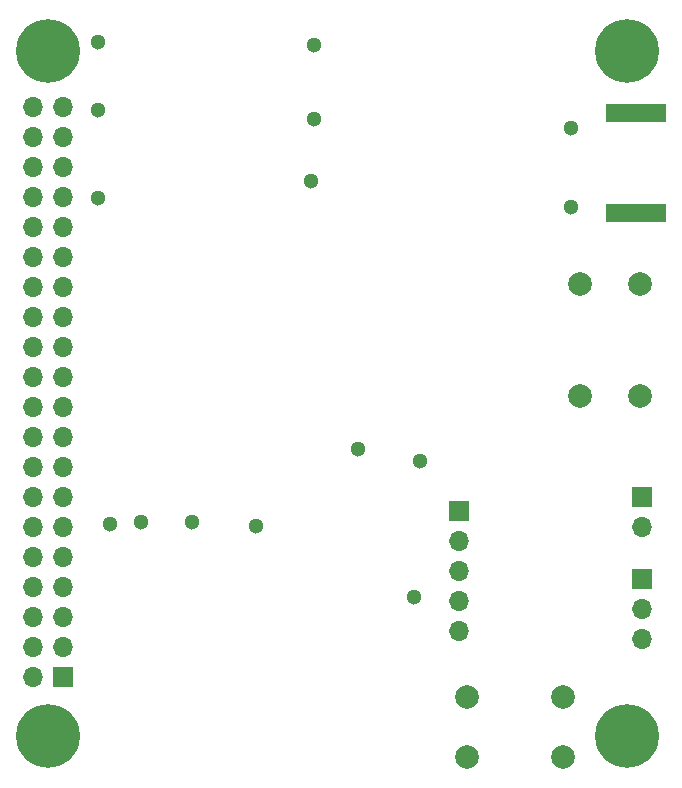
<source format=gbs>
G04 #@! TF.GenerationSoftware,KiCad,Pcbnew,(5.1.4)-1*
G04 #@! TF.CreationDate,2019-12-12T20:12:38+01:00*
G04 #@! TF.ProjectId,rf-receiver,72662d72-6563-4656-9976-65722e6b6963,Rev 2*
G04 #@! TF.SameCoordinates,Original*
G04 #@! TF.FileFunction,Soldermask,Bot*
G04 #@! TF.FilePolarity,Negative*
%FSLAX46Y46*%
G04 Gerber Fmt 4.6, Leading zero omitted, Abs format (unit mm)*
G04 Created by KiCad (PCBNEW (5.1.4)-1) date 2019-12-12 20:12:38*
%MOMM*%
%LPD*%
G04 APERTURE LIST*
%ADD10C,2.000000*%
%ADD11C,1.300000*%
%ADD12O,1.700000X1.700000*%
%ADD13R,1.700000X1.700000*%
%ADD14C,5.400000*%
%ADD15R,5.080000X1.500000*%
G04 APERTURE END LIST*
D10*
X122600000Y-121080000D03*
X122600000Y-116000000D03*
X129130000Y-90500000D03*
X124050000Y-90500000D03*
X129080000Y-81000000D03*
X124000000Y-81000000D03*
X114500000Y-121080000D03*
X114500000Y-116000000D03*
D11*
X83250000Y-73750000D03*
X83250000Y-66250000D03*
X83250000Y-60500000D03*
X110000000Y-107500000D03*
X105250000Y-95000000D03*
X110500000Y-96000000D03*
X91200000Y-101150000D03*
X86900000Y-101150000D03*
X101500000Y-60750000D03*
X101250000Y-72250000D03*
X96600000Y-101500000D03*
X123250000Y-74500000D03*
X123250000Y-67750000D03*
X101500000Y-67000000D03*
X84250000Y-101300000D03*
D12*
X129250000Y-101540000D03*
D13*
X129250000Y-99000000D03*
D12*
X113750000Y-110370000D03*
X113750000Y-107830000D03*
X113750000Y-105290000D03*
X113750000Y-102750000D03*
D13*
X113750000Y-100210000D03*
D12*
X77710000Y-65990000D03*
X80250000Y-65990000D03*
X77710000Y-68530000D03*
X80250000Y-68530000D03*
X77710000Y-71070000D03*
X80250000Y-71070000D03*
X77710000Y-73610000D03*
X80250000Y-73610000D03*
X77710000Y-76150000D03*
X80250000Y-76150000D03*
X77710000Y-78690000D03*
X80250000Y-78690000D03*
X77710000Y-81230000D03*
X80250000Y-81230000D03*
X77710000Y-83770000D03*
X80250000Y-83770000D03*
X77710000Y-86310000D03*
X80250000Y-86310000D03*
X77710000Y-88850000D03*
X80250000Y-88850000D03*
X77710000Y-91390000D03*
X80250000Y-91390000D03*
X77710000Y-93930000D03*
X80250000Y-93930000D03*
X77710000Y-96470000D03*
X80250000Y-96470000D03*
X77710000Y-99010000D03*
X80250000Y-99010000D03*
X77710000Y-101550000D03*
X80250000Y-101550000D03*
X77710000Y-104090000D03*
X80250000Y-104090000D03*
X77710000Y-106630000D03*
X80250000Y-106630000D03*
X77710000Y-109170000D03*
X80250000Y-109170000D03*
X77710000Y-111710000D03*
X80250000Y-111710000D03*
X77710000Y-114250000D03*
D13*
X80250000Y-114250000D03*
D14*
X79000000Y-119250000D03*
X128000000Y-119250000D03*
X128000000Y-61250000D03*
X79000000Y-61250000D03*
D15*
X128750000Y-75000000D03*
X128750000Y-66500000D03*
D13*
X129250000Y-106000000D03*
D12*
X129250000Y-108540000D03*
X129250000Y-111080000D03*
M02*

</source>
